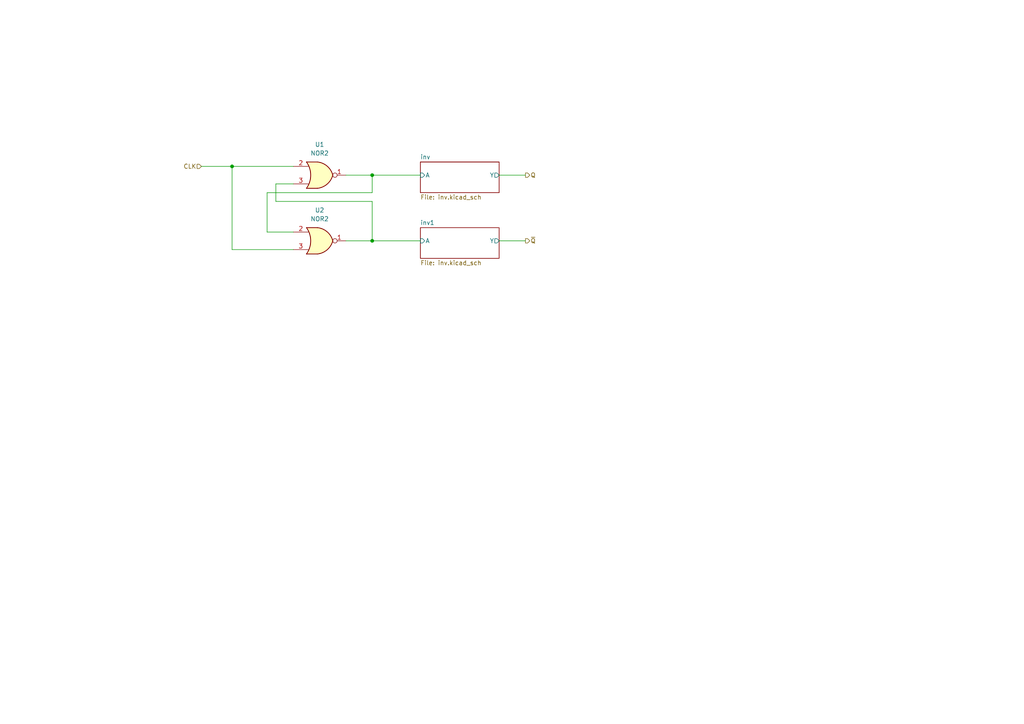
<source format=kicad_sch>
(kicad_sch (version 20211123) (generator eeschema)
  (paper "A4")
  (lib_symbols
    (symbol "VerilogLibrary:NOR2" (pin_names (offset 1.016))
      (property "Reference" "U" (at 0 1.27 0))
      (property "Value" "NOR2" (at 0 -1.27 0))
      (symbol "NOR2_1_1"
        (arc (start -3.81 -3.81) (mid -2.589 0) (end -3.81 3.81) (stroke (width 0.254)))
        (arc (start -0.6096 -3.81) (mid 2.1855 -2.584) (end 3.81 0) (stroke (width 0.254)) (fill (type background)))
        (polyline (pts (xy -3.81 -3.81) (xy -0.635 -3.81)) (stroke (width 0.254)) (fill (type background)))
        (polyline (pts (xy -3.81 3.81) (xy -0.635 3.81)) (stroke (width 0.254)) (fill (type background)))
        (polyline (pts (xy -0.635 3.81) (xy -3.81 3.81) (xy -3.81 3.81) (xy -3.556 3.4036) (xy -3.0226 2.2606) (xy -2.6924 1.0414) (xy -2.6162 -0.254) (xy -2.7686 -1.4986) (xy -3.175 -2.7178) (xy -3.81 -3.81) (xy -3.81 -3.81) (xy -0.635 -3.81)) (stroke (width -25.4)) (fill (type background)))
        (arc (start 3.81 0) (mid 2.1928 2.5925) (end -0.6096 3.81) (stroke (width 0.254)) (fill (type background)))
        (pin output inverted (at 7.62 0 180) (length 3.81) (name "~") (number "1"))
        (pin input line (at -7.62 2.54 0) (length 4.318) (name "~") (number "2"))
        (pin input line (at -7.62 -2.54 0) (length 4.318) (name "~") (number "3"))
      )
      (symbol "NOR2_1_2"
        (arc (start 0 -3.81) (mid 3.81 0) (end 0 3.81) (stroke (width 0.254)) (fill (type background)))
        (polyline (pts (xy 0 3.81) (xy -3.81 3.81) (xy -3.81 -3.81) (xy 0 -3.81)) (stroke (width 0.254)) (fill (type background)))
        (pin output line (at 7.62 0 180) (length 3.81) (name "~") (number "1"))
        (pin input inverted (at -7.62 2.54 0) (length 3.81) (name "~") (number "2"))
        (pin input inverted (at -7.62 -2.54 0) (length 3.81) (name "~") (number "3"))
      )
    )
  )
  (junction (at 107.95 50.8))
  (junction (at 107.95 69.85))
  (junction (at 67.31 48.26))
  (wire (pts (xy 80.01 58.42) (xy 80.01 53.34)))
  (wire (pts (xy 67.31 48.26) (xy 85.09 48.26)))
  (wire (pts (xy 100.33 69.85) (xy 107.95 69.85)))
  (wire (pts (xy 77.47 67.31) (xy 85.09 67.31)))
  (wire (pts (xy 144.78 50.8) (xy 152.4 50.8)))
  (wire (pts (xy 107.95 58.42) (xy 80.01 58.42)))
  (wire (pts (xy 80.01 53.34) (xy 85.09 53.34)))
  (wire (pts (xy 107.95 50.8) (xy 121.92 50.8)))
  (wire (pts (xy 107.95 50.8) (xy 107.95 55.88)))
  (wire (pts (xy 144.78 69.85) (xy 152.4 69.85)))
  (wire (pts (xy 58.42 48.26) (xy 67.31 48.26)))
  (wire (pts (xy 67.31 48.26) (xy 67.31 72.39)))
  (wire (pts (xy 100.33 50.8) (xy 107.95 50.8)))
  (wire (pts (xy 77.47 55.88) (xy 77.47 67.31)))
  (wire (pts (xy 107.95 69.85) (xy 121.92 69.85)))
  (wire (pts (xy 107.95 55.88) (xy 77.47 55.88)))
  (wire (pts (xy 67.31 72.39) (xy 85.09 72.39)))
  (wire (pts (xy 107.95 69.85) (xy 107.95 58.42)))
  (hierarchical_label "~{Q}" (shape output) (at 152.4 69.85 0))
  (hierarchical_label "CLK" (shape input) (at 58.42 48.26 180))
  (hierarchical_label "Q" (shape output) (at 152.4 50.8 0))
  (symbol (lib_id "VerilogLibrary:NOR2") (at 92.71 69.85 0) (unit 1)
    (property "Reference" "U2" (at 92.71 60.96 0))
    (property "Value" "NOR2" (at 92.71 63.5 0))
    (property "Datasheet" "http://www.ti.com/lit/gpn/sn74ls02" (effects hide))
  )
  (symbol (lib_id "VerilogLibrary:NOR2") (at 92.71 50.8 0) (unit 1)
    (property "Reference" "U1" (at 92.71 41.91 0))
    (property "Value" "NOR2" (at 92.71 44.45 0))
    (property "Datasheet" "http://www.ti.com/lit/gpn/sn74ls02" (effects hide))
  )
  (sheet (at 121.92 46.99) (size 22.86 8.89) (stroke (width 0.1524))
    (property "Sheet name" "inv" (at 121.92 46.2784 0) (effects (justify left bottom)))
    (property "Sheet file" "inv.kicad_sch" (at 121.92 56.4646 0) (effects (justify left top)))
    (pin "A" input (at 121.92 50.8 180))
    (pin "Y" output (at 144.78 50.8 0))
  )
  (sheet (at 121.92 66.04) (size 22.86 8.89) (stroke (width 0.1524))
    (property "Sheet name" "inv1" (at 121.92 65.3284 0) (effects (justify left bottom)))
    (property "Sheet file" "inv.kicad_sch" (at 121.92 75.5146 0) (effects (justify left top)))
    (pin "A" input (at 121.92 69.85 180))
    (pin "Y" output (at 144.78 69.85 0))
  )
)
</source>
